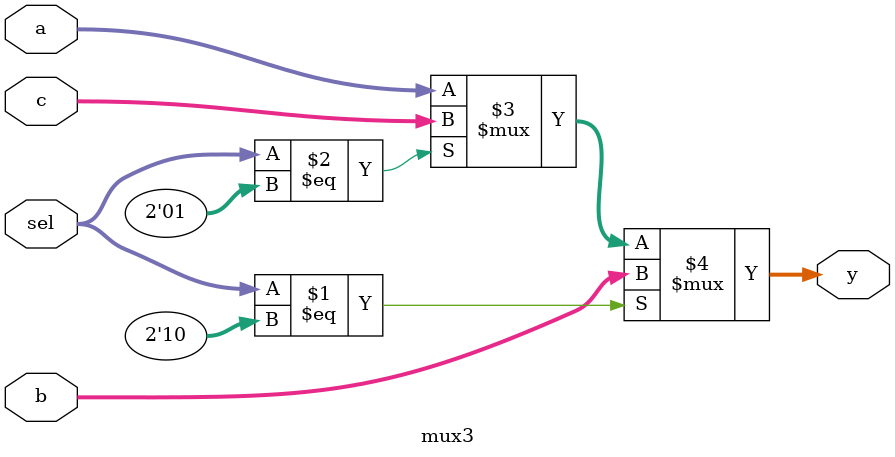
<source format=v>

module mux3( sel, a, b, c, y );
  input [1:0] sel;
  input  [31:0] a, b, c;
  output [31:0] y;
	
  parameter divu = 2'b00 ;
  parameter mfhi = 2'b10 ;
  parameter mfLo = 2'b01 ; 
  parameter alu = 2'b11 ; // 不是除法
 
  assign y = ( sel == mfhi ) ? b : ( sel == mfLo ) ? c : a ;
endmodule

</source>
